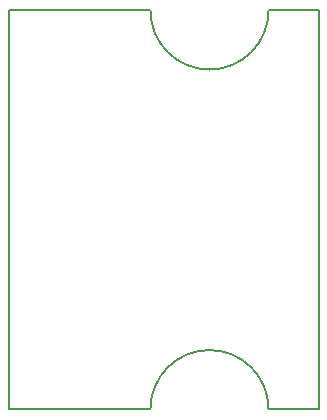
<source format=gm1>
G04 #@! TF.GenerationSoftware,KiCad,Pcbnew,(5.0.1-3-g963ef8bb5)*
G04 #@! TF.CreationDate,2018-11-27T15:22:05+00:00*
G04 #@! TF.ProjectId,jlink-swd-adapter,6A6C696E6B2D7377642D616461707465,rev?*
G04 #@! TF.SameCoordinates,Original*
G04 #@! TF.FileFunction,Profile,NP*
%FSLAX46Y46*%
G04 Gerber Fmt 4.6, Leading zero omitted, Abs format (unit mm)*
G04 Created by KiCad (PCBNEW (5.0.1-3-g963ef8bb5)) date Tuesday, 27 November 2018 at 15:22:05*
%MOMM*%
%LPD*%
G01*
G04 APERTURE LIST*
%ADD10C,0.150000*%
G04 APERTURE END LIST*
D10*
X109500000Y-104250000D02*
X97500000Y-104250000D01*
X123750000Y-104250000D02*
X119500000Y-104250000D01*
X123750000Y-70500000D02*
X123750000Y-104250000D01*
X119500000Y-70500000D02*
X123750000Y-70500000D01*
X97500000Y-70500000D02*
X109500000Y-70500000D01*
X119500000Y-104250000D02*
G75*
G03X109500000Y-104250000I-5000000J0D01*
G01*
X119500000Y-70500000D02*
G75*
G02X109500000Y-70500000I-5000000J0D01*
G01*
X97500000Y-104250000D02*
X97500000Y-70500000D01*
M02*

</source>
